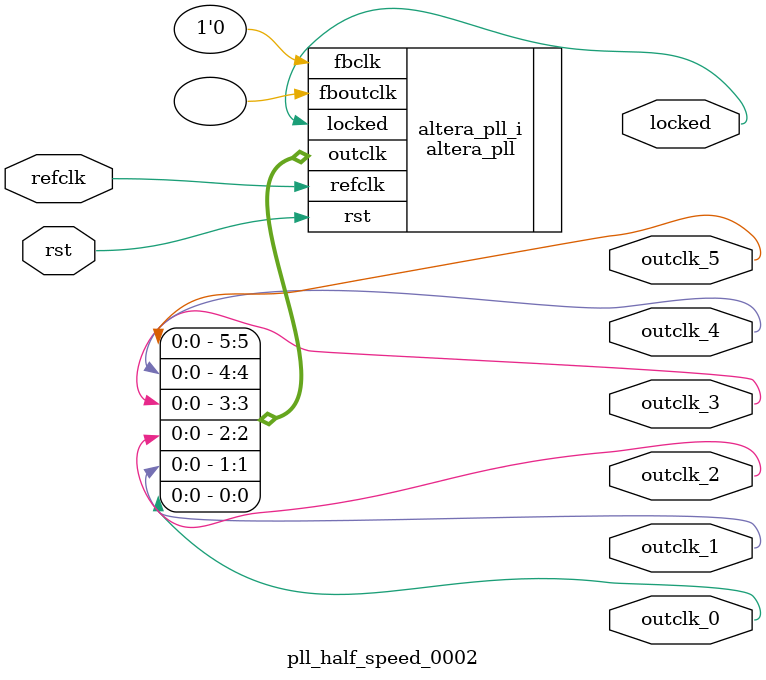
<source format=v>
`timescale 1ns/10ps
module  pll_half_speed_0002(

	// interface 'refclk'
	input wire refclk,

	// interface 'reset'
	input wire rst,

	// interface 'outclk0'
	output wire outclk_0,

	// interface 'outclk1'
	output wire outclk_1,

	// interface 'outclk2'
	output wire outclk_2,

	// interface 'outclk3'
	output wire outclk_3,

	// interface 'outclk4'
	output wire outclk_4,

	// interface 'outclk5'
	output wire outclk_5,

	// interface 'locked'
	output wire locked
);

	altera_pll #(
		.fractional_vco_multiplier("false"),
		.reference_clock_frequency("100.0 MHz"),
		.operation_mode("direct"),
		.number_of_clocks(6),
		.output_clock_frequency0("10.000000 MHz"),
		.phase_shift0("0 ps"),
		.duty_cycle0(50),
		.output_clock_frequency1("20.000000 MHz"),
		.phase_shift1("0 ps"),
		.duty_cycle1(50),
		.output_clock_frequency2("20.000000 MHz"),
		.phase_shift2("25000 ps"),
		.duty_cycle2(50),
		.output_clock_frequency3("10.000000 MHz"),
		.phase_shift3("25000 ps"),
		.duty_cycle3(50),
		.output_clock_frequency4("10.000000 MHz"),
		.phase_shift4("50000 ps"),
		.duty_cycle4(50),
		.output_clock_frequency5("10.000000 MHz"),
		.phase_shift5("75000 ps"),
		.duty_cycle5(50),
		.output_clock_frequency6("0 MHz"),
		.phase_shift6("0 ps"),
		.duty_cycle6(50),
		.output_clock_frequency7("0 MHz"),
		.phase_shift7("0 ps"),
		.duty_cycle7(50),
		.output_clock_frequency8("0 MHz"),
		.phase_shift8("0 ps"),
		.duty_cycle8(50),
		.output_clock_frequency9("0 MHz"),
		.phase_shift9("0 ps"),
		.duty_cycle9(50),
		.output_clock_frequency10("0 MHz"),
		.phase_shift10("0 ps"),
		.duty_cycle10(50),
		.output_clock_frequency11("0 MHz"),
		.phase_shift11("0 ps"),
		.duty_cycle11(50),
		.output_clock_frequency12("0 MHz"),
		.phase_shift12("0 ps"),
		.duty_cycle12(50),
		.output_clock_frequency13("0 MHz"),
		.phase_shift13("0 ps"),
		.duty_cycle13(50),
		.output_clock_frequency14("0 MHz"),
		.phase_shift14("0 ps"),
		.duty_cycle14(50),
		.output_clock_frequency15("0 MHz"),
		.phase_shift15("0 ps"),
		.duty_cycle15(50),
		.output_clock_frequency16("0 MHz"),
		.phase_shift16("0 ps"),
		.duty_cycle16(50),
		.output_clock_frequency17("0 MHz"),
		.phase_shift17("0 ps"),
		.duty_cycle17(50),
		.pll_type("General"),
		.pll_subtype("General")
	) altera_pll_i (
		.rst	(rst),
		.outclk	({outclk_5, outclk_4, outclk_3, outclk_2, outclk_1, outclk_0}),
		.locked	(locked),
		.fboutclk	( ),
		.fbclk	(1'b0),
		.refclk	(refclk)
	);
endmodule


</source>
